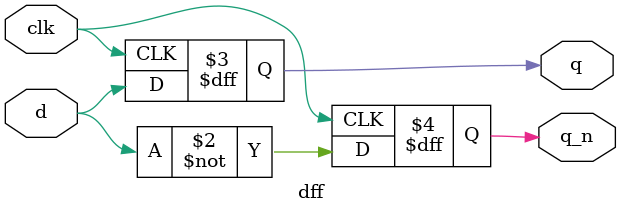
<source format=sv>
module top_module (
    input clk,
    input x,
    output z
);

    wire d1, d2, d3;
    wire q1, q2, q3;
    wire q1_n, q2_n, q3_n;

    // D flip-flops
    dff d_ff1 (.clk(clk), .d(d1), .q(q1), .q_n(q1_n));
    dff d_ff2 (.clk(clk), .d(d2), .q(q2), .q_n(q2_n));
    dff d_ff3 (.clk(clk), .d(d3), .q(q3), .q_n(q3_n));

    // Combinational logic
    assign d1 = x ^ q1;
    assign d2 = x & q2_n;
    assign d3 = x | q3_n;

    // Output logic
    assign z = ~(q1 ^ q2 ^ q3);

endmodule
module dff (
    input clk,
    input d,
    output reg q,
    output reg q_n
);

    always @(posedge clk) begin
        q <= d;
        q_n <= ~d;
    end

endmodule

</source>
